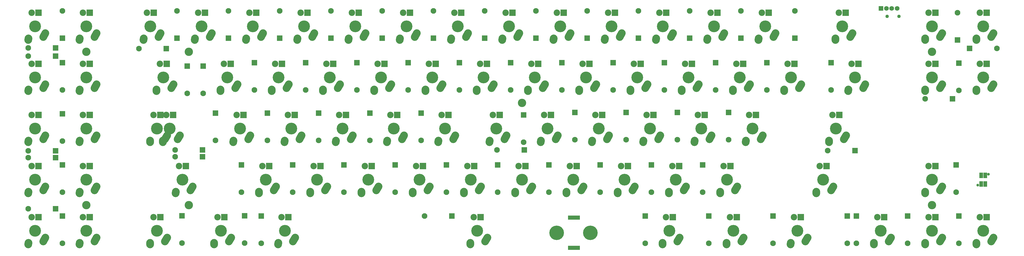
<source format=gts>
G04 #@! TF.FileFunction,Soldermask,Top*
%FSLAX46Y46*%
G04 Gerber Fmt 4.6, Leading zero omitted, Abs format (unit mm)*
G04 Created by KiCad (PCBNEW 4.0.3-stable) date Tuesday, August 30, 2016 'AMt' 11:28:48 AM*
%MOMM*%
%LPD*%
G01*
G04 APERTURE LIST*
%ADD10C,0.150000*%
%ADD11C,3.100000*%
%ADD12C,2.099260*%
%ADD13R,2.099260X2.099260*%
%ADD14C,5.400000*%
%ADD15C,4.387810*%
%ADD16C,2.900000*%
%ADD17R,2.400000X2.400000*%
%ADD18C,2.400000*%
%ADD19C,1.299160*%
%ADD20R,1.400000X2.000000*%
%ADD21C,1.009600*%
%ADD22R,1.750000X1.750000*%
%ADD23C,1.750000*%
%ADD24R,4.400000X1.600000*%
G04 APERTURE END LIST*
D10*
D11*
X95250000Y-38100000D03*
X95250000Y-95250000D03*
D12*
X219712540Y-71755000D03*
D13*
X219712540Y-61595000D03*
D14*
X244500000Y-105500000D03*
X232000000Y-105500000D03*
D15*
X83343750Y-66675000D03*
D16*
X86343297Y-70674954D02*
X87154203Y-69215046D01*
X80804026Y-71754328D02*
X80843474Y-71175672D01*
D17*
X84613750Y-61595000D03*
D18*
X82073750Y-61595000D03*
D11*
X219075000Y-57150000D03*
X371475000Y-95250000D03*
X371475000Y-38100000D03*
X57150000Y-95250000D03*
D12*
X90805000Y-22860000D03*
D13*
X90805000Y-33020000D03*
D12*
X381508000Y-109474000D03*
D13*
X381508000Y-99314000D03*
D12*
X35559480Y-36578540D03*
D13*
X45719480Y-36578540D03*
D12*
X48260000Y-22860000D03*
D13*
X48260000Y-33020000D03*
D12*
X76707480Y-36832540D03*
D13*
X86867480Y-36832540D03*
D12*
X109982000Y-22860000D03*
D13*
X109982000Y-33020000D03*
D12*
X129032000Y-22860000D03*
D13*
X129032000Y-33020000D03*
D12*
X148082000Y-22860000D03*
D13*
X148082000Y-33020000D03*
D12*
X167132000Y-22860000D03*
D13*
X167132000Y-33020000D03*
D12*
X186182000Y-22860000D03*
D13*
X186182000Y-33020000D03*
D12*
X205232000Y-22860000D03*
D13*
X205232000Y-33020000D03*
D12*
X224282000Y-22860000D03*
D13*
X224282000Y-33020000D03*
D12*
X243332000Y-22860000D03*
D13*
X243332000Y-33020000D03*
D12*
X262382000Y-22860000D03*
D13*
X262382000Y-33020000D03*
D12*
X281432000Y-22860000D03*
D13*
X281432000Y-33020000D03*
D12*
X300482000Y-22860000D03*
D13*
X300482000Y-33020000D03*
D12*
X320500000Y-22860000D03*
D13*
X320500000Y-33020000D03*
D12*
X380994920Y-23495000D03*
D13*
X380994920Y-33655000D03*
D12*
X395605000Y-36830000D03*
D13*
X385445000Y-36830000D03*
D12*
X35559480Y-39626540D03*
D13*
X45719480Y-39626540D03*
D12*
X48262540Y-52324520D03*
D13*
X48262540Y-42164520D03*
D12*
X94615000Y-53594000D03*
D13*
X94615000Y-43434000D03*
D12*
X100586540Y-53594000D03*
D13*
X100586540Y-43434000D03*
D12*
X119636540Y-52324520D03*
D13*
X119636540Y-42164520D03*
D12*
X138686540Y-52324520D03*
D13*
X138686540Y-42164520D03*
D12*
X157736540Y-52324520D03*
D13*
X157736540Y-42164520D03*
D12*
X176786540Y-52324520D03*
D13*
X176786540Y-42164520D03*
D12*
X195836540Y-52324520D03*
D13*
X195836540Y-42164520D03*
D12*
X214886540Y-52324520D03*
D13*
X214886540Y-42164520D03*
D12*
X233936540Y-52324520D03*
D13*
X233936540Y-42164520D03*
D12*
X252986540Y-52324520D03*
D13*
X252986540Y-42164520D03*
D12*
X272036540Y-52324520D03*
D13*
X272036540Y-42164520D03*
D12*
X291086540Y-52324520D03*
D13*
X291086540Y-42164520D03*
D12*
X310136540Y-52324520D03*
D13*
X310136540Y-42164520D03*
D12*
X334012540Y-52324520D03*
D13*
X334012540Y-42164520D03*
D12*
X368935000Y-55626000D03*
D13*
X379095000Y-55626000D03*
D12*
X381508000Y-52415000D03*
D13*
X381508000Y-42255000D03*
D12*
X35559480Y-74932540D03*
D13*
X45719480Y-74932540D03*
D12*
X48262540Y-71374520D03*
D13*
X48262540Y-61214520D03*
D12*
X90170000Y-74676000D03*
D13*
X100330000Y-74676000D03*
D12*
X105158540Y-71120520D03*
D13*
X105158540Y-60960520D03*
D12*
X124462540Y-71120520D03*
D13*
X124462540Y-60960520D03*
D12*
X143512540Y-71120520D03*
D13*
X143512540Y-60960520D03*
D12*
X162562540Y-71120520D03*
D13*
X162562540Y-60960520D03*
D12*
X181612540Y-71120520D03*
D13*
X181612540Y-60960520D03*
D12*
X209804000Y-74676000D03*
D13*
X219964000Y-74676000D03*
D12*
X238762540Y-70866520D03*
D13*
X238762540Y-60706520D03*
D12*
X257812540Y-70866520D03*
D13*
X257812540Y-60706520D03*
D12*
X276862540Y-70866520D03*
D13*
X276862540Y-60706520D03*
D12*
X295912540Y-70866520D03*
D13*
X295912540Y-60706520D03*
D12*
X332740000Y-74930000D03*
D13*
X342900000Y-74930000D03*
D12*
X35559480Y-77472540D03*
D13*
X45719480Y-77472540D03*
D12*
X48262540Y-90424520D03*
D13*
X48262540Y-80264520D03*
D12*
X90170000Y-77216000D03*
D13*
X100330000Y-77216000D03*
D12*
X114810540Y-90424520D03*
D13*
X114810540Y-80264520D03*
D12*
X133860540Y-90424520D03*
D13*
X133860540Y-80264520D03*
D12*
X152910540Y-90424520D03*
D13*
X152910540Y-80264520D03*
D12*
X171960540Y-90424520D03*
D13*
X171960540Y-80264520D03*
D12*
X191010540Y-90424520D03*
D13*
X191010540Y-80264520D03*
D12*
X210060540Y-90424520D03*
D13*
X210060540Y-80264520D03*
D12*
X229110540Y-90424520D03*
D13*
X229110540Y-80264520D03*
D12*
X248160540Y-90424520D03*
D13*
X248160540Y-80264520D03*
D12*
X267210540Y-90424520D03*
D13*
X267210540Y-80264520D03*
D12*
X286260540Y-90424520D03*
D13*
X286260540Y-80264520D03*
D12*
X340000000Y-109474520D03*
D13*
X340000000Y-99314520D03*
D12*
X380494540Y-90424520D03*
D13*
X380494540Y-80264520D03*
D12*
X35559480Y-96522540D03*
D13*
X45719480Y-96522540D03*
D12*
X48262540Y-109474520D03*
D13*
X48262540Y-99314520D03*
D12*
X92712540Y-109347000D03*
D13*
X92712540Y-99187000D03*
D12*
X115951000Y-109347000D03*
D13*
X115951000Y-99187000D03*
D12*
X122176540Y-109474520D03*
D13*
X122176540Y-99314520D03*
D12*
X182880000Y-99314000D03*
D13*
X193040000Y-99314000D03*
D12*
X264924540Y-109474520D03*
D13*
X264924540Y-99314520D03*
D12*
X288546540Y-109474520D03*
D13*
X288546540Y-99314520D03*
D12*
X312422540Y-109474520D03*
D13*
X312422540Y-99314520D03*
D12*
X343410540Y-109474520D03*
D13*
X343410540Y-99314520D03*
D12*
X362460540Y-109474520D03*
D13*
X362460540Y-99314520D03*
D15*
X330993750Y-85725000D03*
D16*
X333993297Y-89724954D02*
X334804203Y-88265046D01*
X328454026Y-90804328D02*
X328493474Y-90225672D01*
D17*
X332263750Y-80645000D03*
D18*
X329723750Y-80645000D03*
D15*
X390525000Y-104775000D03*
D16*
X393524547Y-108774954D02*
X394335453Y-107315046D01*
X387985276Y-109854328D02*
X388024724Y-109275672D01*
D17*
X391795000Y-99695000D03*
D18*
X389255000Y-99695000D03*
D15*
X371475000Y-104775000D03*
D16*
X374474547Y-108774954D02*
X375285453Y-107315046D01*
X368935276Y-109854328D02*
X368974724Y-109275672D01*
D17*
X372745000Y-99695000D03*
D18*
X370205000Y-99695000D03*
D15*
X352425000Y-104775000D03*
D16*
X355424547Y-108774954D02*
X356235453Y-107315046D01*
X349885276Y-109854328D02*
X349924724Y-109275672D01*
D17*
X353695000Y-99695000D03*
D18*
X351155000Y-99695000D03*
D15*
X321468750Y-104775000D03*
D16*
X324468297Y-108774954D02*
X325279203Y-107315046D01*
X318929026Y-109854328D02*
X318968474Y-109275672D01*
D17*
X322738750Y-99695000D03*
D18*
X320198750Y-99695000D03*
D15*
X297656250Y-104775000D03*
D16*
X300655797Y-108774954D02*
X301466703Y-107315046D01*
X295116526Y-109854328D02*
X295155974Y-109275672D01*
D17*
X298926250Y-99695000D03*
D18*
X296386250Y-99695000D03*
D15*
X273843750Y-104775000D03*
D16*
X276843297Y-108774954D02*
X277654203Y-107315046D01*
X271304026Y-109854328D02*
X271343474Y-109275672D01*
D17*
X275113750Y-99695000D03*
D18*
X272573750Y-99695000D03*
D15*
X202406250Y-104775000D03*
D16*
X205405797Y-108774954D02*
X206216703Y-107315046D01*
X199866526Y-109854328D02*
X199905974Y-109275672D01*
D17*
X203676250Y-99695000D03*
D18*
X201136250Y-99695000D03*
D15*
X130968750Y-104775000D03*
D16*
X133968297Y-108774954D02*
X134779203Y-107315046D01*
X128429026Y-109854328D02*
X128468474Y-109275672D01*
D17*
X132238750Y-99695000D03*
D18*
X129698750Y-99695000D03*
D15*
X107156250Y-104775000D03*
D16*
X110155797Y-108774954D02*
X110966703Y-107315046D01*
X104616526Y-109854328D02*
X104655974Y-109275672D01*
D17*
X108426250Y-99695000D03*
D18*
X105886250Y-99695000D03*
D15*
X83343750Y-104775000D03*
D16*
X86343297Y-108774954D02*
X87154203Y-107315046D01*
X80804026Y-109854328D02*
X80843474Y-109275672D01*
D17*
X84613750Y-99695000D03*
D18*
X82073750Y-99695000D03*
D15*
X57150000Y-104775000D03*
D16*
X60149547Y-108774954D02*
X60960453Y-107315046D01*
X54610276Y-109854328D02*
X54649724Y-109275672D01*
D17*
X58420000Y-99695000D03*
D18*
X55880000Y-99695000D03*
D15*
X38100000Y-104775000D03*
D16*
X41099547Y-108774954D02*
X41910453Y-107315046D01*
X35560276Y-109854328D02*
X35599724Y-109275672D01*
D17*
X39370000Y-99695000D03*
D18*
X36830000Y-99695000D03*
D15*
X371475000Y-85725000D03*
D16*
X374474547Y-89724954D02*
X375285453Y-88265046D01*
X368935276Y-90804328D02*
X368974724Y-90225672D01*
D17*
X372745000Y-80645000D03*
D18*
X370205000Y-80645000D03*
D15*
X295275000Y-85725000D03*
D16*
X298274547Y-89724954D02*
X299085453Y-88265046D01*
X292735276Y-90804328D02*
X292774724Y-90225672D01*
D17*
X296545000Y-80645000D03*
D18*
X294005000Y-80645000D03*
D15*
X276225000Y-85725000D03*
D16*
X279224547Y-89724954D02*
X280035453Y-88265046D01*
X273685276Y-90804328D02*
X273724724Y-90225672D01*
D17*
X277495000Y-80645000D03*
D18*
X274955000Y-80645000D03*
D15*
X257175000Y-85725000D03*
D16*
X260174547Y-89724954D02*
X260985453Y-88265046D01*
X254635276Y-90804328D02*
X254674724Y-90225672D01*
D17*
X258445000Y-80645000D03*
D18*
X255905000Y-80645000D03*
D15*
X238125000Y-85725000D03*
D16*
X241124547Y-89724954D02*
X241935453Y-88265046D01*
X235585276Y-90804328D02*
X235624724Y-90225672D01*
D17*
X239395000Y-80645000D03*
D18*
X236855000Y-80645000D03*
D15*
X219075000Y-85725000D03*
D16*
X222074547Y-89724954D02*
X222885453Y-88265046D01*
X216535276Y-90804328D02*
X216574724Y-90225672D01*
D17*
X220345000Y-80645000D03*
D18*
X217805000Y-80645000D03*
D15*
X200025000Y-85725000D03*
D16*
X203024547Y-89724954D02*
X203835453Y-88265046D01*
X197485276Y-90804328D02*
X197524724Y-90225672D01*
D17*
X201295000Y-80645000D03*
D18*
X198755000Y-80645000D03*
D15*
X180975000Y-85725000D03*
D16*
X183974547Y-89724954D02*
X184785453Y-88265046D01*
X178435276Y-90804328D02*
X178474724Y-90225672D01*
D17*
X182245000Y-80645000D03*
D18*
X179705000Y-80645000D03*
D15*
X161925000Y-85725000D03*
D16*
X164924547Y-89724954D02*
X165735453Y-88265046D01*
X159385276Y-90804328D02*
X159424724Y-90225672D01*
D17*
X163195000Y-80645000D03*
D18*
X160655000Y-80645000D03*
D15*
X142875000Y-85725000D03*
D16*
X145874547Y-89724954D02*
X146685453Y-88265046D01*
X140335276Y-90804328D02*
X140374724Y-90225672D01*
D17*
X144145000Y-80645000D03*
D18*
X141605000Y-80645000D03*
D15*
X123825000Y-85725000D03*
D16*
X126824547Y-89724954D02*
X127635453Y-88265046D01*
X121285276Y-90804328D02*
X121324724Y-90225672D01*
D17*
X125095000Y-80645000D03*
D18*
X122555000Y-80645000D03*
D15*
X92868750Y-85725000D03*
D16*
X95868297Y-89724954D02*
X96679203Y-88265046D01*
X90329026Y-90804328D02*
X90368474Y-90225672D01*
D17*
X94138750Y-80645000D03*
D18*
X91598750Y-80645000D03*
D15*
X57150000Y-85725000D03*
D16*
X60149547Y-89724954D02*
X60960453Y-88265046D01*
X54610276Y-90804328D02*
X54649724Y-90225672D01*
D17*
X58420000Y-80645000D03*
D18*
X55880000Y-80645000D03*
D15*
X38100000Y-85725000D03*
D16*
X41099547Y-89724954D02*
X41910453Y-88265046D01*
X35560276Y-90804328D02*
X35599724Y-90225672D01*
D17*
X39370000Y-80645000D03*
D18*
X36830000Y-80645000D03*
D15*
X335756250Y-66675000D03*
D16*
X338755797Y-70674954D02*
X339566703Y-69215046D01*
X333216526Y-71754328D02*
X333255974Y-71175672D01*
D17*
X337026250Y-61595000D03*
D18*
X334486250Y-61595000D03*
D15*
X304800000Y-66675000D03*
D16*
X307799547Y-70674954D02*
X308610453Y-69215046D01*
X302260276Y-71754328D02*
X302299724Y-71175672D01*
D17*
X306070000Y-61595000D03*
D18*
X303530000Y-61595000D03*
D15*
X285750000Y-66675000D03*
D16*
X288749547Y-70674954D02*
X289560453Y-69215046D01*
X283210276Y-71754328D02*
X283249724Y-71175672D01*
D17*
X287020000Y-61595000D03*
D18*
X284480000Y-61595000D03*
D15*
X266700000Y-66675000D03*
D16*
X269699547Y-70674954D02*
X270510453Y-69215046D01*
X264160276Y-71754328D02*
X264199724Y-71175672D01*
D17*
X267970000Y-61595000D03*
D18*
X265430000Y-61595000D03*
D15*
X247650000Y-66675000D03*
D16*
X250649547Y-70674954D02*
X251460453Y-69215046D01*
X245110276Y-71754328D02*
X245149724Y-71175672D01*
D17*
X248920000Y-61595000D03*
D18*
X246380000Y-61595000D03*
D15*
X228600000Y-66675000D03*
D16*
X231599547Y-70674954D02*
X232410453Y-69215046D01*
X226060276Y-71754328D02*
X226099724Y-71175672D01*
D17*
X229870000Y-61595000D03*
D18*
X227330000Y-61595000D03*
D15*
X209550000Y-66675000D03*
D16*
X212549547Y-70674954D02*
X213360453Y-69215046D01*
X207010276Y-71754328D02*
X207049724Y-71175672D01*
D17*
X210820000Y-61595000D03*
D18*
X208280000Y-61595000D03*
D15*
X190500000Y-66675000D03*
D16*
X193499547Y-70674954D02*
X194310453Y-69215046D01*
X187960276Y-71754328D02*
X187999724Y-71175672D01*
D17*
X191770000Y-61595000D03*
D18*
X189230000Y-61595000D03*
D15*
X171450000Y-66675000D03*
D16*
X174449547Y-70674954D02*
X175260453Y-69215046D01*
X168910276Y-71754328D02*
X168949724Y-71175672D01*
D17*
X172720000Y-61595000D03*
D18*
X170180000Y-61595000D03*
D15*
X152400000Y-66675000D03*
D16*
X155399547Y-70674954D02*
X156210453Y-69215046D01*
X149860276Y-71754328D02*
X149899724Y-71175672D01*
D17*
X153670000Y-61595000D03*
D18*
X151130000Y-61595000D03*
D15*
X133350000Y-66675000D03*
D16*
X136349547Y-70674954D02*
X137160453Y-69215046D01*
X130810276Y-71754328D02*
X130849724Y-71175672D01*
D17*
X134620000Y-61595000D03*
D18*
X132080000Y-61595000D03*
D15*
X114300000Y-66675000D03*
D16*
X117299547Y-70674954D02*
X118110453Y-69215046D01*
X111760276Y-71754328D02*
X111799724Y-71175672D01*
D17*
X115570000Y-61595000D03*
D18*
X113030000Y-61595000D03*
D15*
X88106250Y-66675000D03*
D16*
X91105797Y-70674954D02*
X91916703Y-69215046D01*
X85566526Y-71754328D02*
X85605974Y-71175672D01*
D17*
X89376250Y-61595000D03*
D18*
X86836250Y-61595000D03*
D15*
X57150000Y-66675000D03*
D16*
X60149547Y-70674954D02*
X60960453Y-69215046D01*
X54610276Y-71754328D02*
X54649724Y-71175672D01*
D17*
X58420000Y-61595000D03*
D18*
X55880000Y-61595000D03*
D15*
X38100000Y-66675000D03*
D16*
X41099547Y-70674954D02*
X41910453Y-69215046D01*
X35560276Y-71754328D02*
X35599724Y-71175672D01*
D17*
X39370000Y-61595000D03*
D18*
X36830000Y-61595000D03*
D15*
X390525000Y-47625000D03*
D16*
X393524547Y-51624954D02*
X394335453Y-50165046D01*
X387985276Y-52704328D02*
X388024724Y-52125672D01*
D17*
X391795000Y-42545000D03*
D18*
X389255000Y-42545000D03*
D15*
X371475000Y-47625000D03*
D16*
X374474547Y-51624954D02*
X375285453Y-50165046D01*
X368935276Y-52704328D02*
X368974724Y-52125672D01*
D17*
X372745000Y-42545000D03*
D18*
X370205000Y-42545000D03*
D15*
X342900000Y-47625000D03*
D16*
X345899547Y-51624954D02*
X346710453Y-50165046D01*
X340360276Y-52704328D02*
X340399724Y-52125672D01*
D17*
X344170000Y-42545000D03*
D18*
X341630000Y-42545000D03*
D15*
X319087500Y-47625000D03*
D16*
X322087047Y-51624954D02*
X322897953Y-50165046D01*
X316547776Y-52704328D02*
X316587224Y-52125672D01*
D17*
X320357500Y-42545000D03*
D18*
X317817500Y-42545000D03*
D15*
X300037500Y-47625000D03*
D16*
X303037047Y-51624954D02*
X303847953Y-50165046D01*
X297497776Y-52704328D02*
X297537224Y-52125672D01*
D17*
X301307500Y-42545000D03*
D18*
X298767500Y-42545000D03*
D15*
X280987500Y-47625000D03*
D16*
X283987047Y-51624954D02*
X284797953Y-50165046D01*
X278447776Y-52704328D02*
X278487224Y-52125672D01*
D17*
X282257500Y-42545000D03*
D18*
X279717500Y-42545000D03*
D15*
X261937500Y-47625000D03*
D16*
X264937047Y-51624954D02*
X265747953Y-50165046D01*
X259397776Y-52704328D02*
X259437224Y-52125672D01*
D17*
X263207500Y-42545000D03*
D18*
X260667500Y-42545000D03*
D15*
X242887500Y-47625000D03*
D16*
X245887047Y-51624954D02*
X246697953Y-50165046D01*
X240347776Y-52704328D02*
X240387224Y-52125672D01*
D17*
X244157500Y-42545000D03*
D18*
X241617500Y-42545000D03*
D15*
X223837500Y-47625000D03*
D16*
X226837047Y-51624954D02*
X227647953Y-50165046D01*
X221297776Y-52704328D02*
X221337224Y-52125672D01*
D17*
X225107500Y-42545000D03*
D18*
X222567500Y-42545000D03*
D15*
X204787500Y-47625000D03*
D16*
X207787047Y-51624954D02*
X208597953Y-50165046D01*
X202247776Y-52704328D02*
X202287224Y-52125672D01*
D17*
X206057500Y-42545000D03*
D18*
X203517500Y-42545000D03*
D15*
X185737500Y-47625000D03*
D16*
X188737047Y-51624954D02*
X189547953Y-50165046D01*
X183197776Y-52704328D02*
X183237224Y-52125672D01*
D17*
X187007500Y-42545000D03*
D18*
X184467500Y-42545000D03*
D15*
X166687500Y-47625000D03*
D16*
X169687047Y-51624954D02*
X170497953Y-50165046D01*
X164147776Y-52704328D02*
X164187224Y-52125672D01*
D17*
X167957500Y-42545000D03*
D18*
X165417500Y-42545000D03*
D15*
X147637500Y-47625000D03*
D16*
X150637047Y-51624954D02*
X151447953Y-50165046D01*
X145097776Y-52704328D02*
X145137224Y-52125672D01*
D17*
X148907500Y-42545000D03*
D18*
X146367500Y-42545000D03*
D15*
X128587500Y-47625000D03*
D16*
X131587047Y-51624954D02*
X132397953Y-50165046D01*
X126047776Y-52704328D02*
X126087224Y-52125672D01*
D17*
X129857500Y-42545000D03*
D18*
X127317500Y-42545000D03*
D15*
X109537500Y-47625000D03*
D16*
X112537047Y-51624954D02*
X113347953Y-50165046D01*
X106997776Y-52704328D02*
X107037224Y-52125672D01*
D17*
X110807500Y-42545000D03*
D18*
X108267500Y-42545000D03*
D15*
X85725000Y-47625000D03*
D16*
X88724547Y-51624954D02*
X89535453Y-50165046D01*
X83185276Y-52704328D02*
X83224724Y-52125672D01*
D17*
X86995000Y-42545000D03*
D18*
X84455000Y-42545000D03*
D15*
X57150000Y-47625000D03*
D16*
X60149547Y-51624954D02*
X60960453Y-50165046D01*
X54610276Y-52704328D02*
X54649724Y-52125672D01*
D17*
X58420000Y-42545000D03*
D18*
X55880000Y-42545000D03*
D15*
X38100000Y-47625000D03*
D16*
X41099547Y-51624954D02*
X41910453Y-50165046D01*
X35560276Y-52704328D02*
X35599724Y-52125672D01*
D17*
X39370000Y-42545000D03*
D18*
X36830000Y-42545000D03*
D15*
X390525000Y-28575000D03*
D16*
X393524547Y-32574954D02*
X394335453Y-31115046D01*
X387985276Y-33654328D02*
X388024724Y-33075672D01*
D17*
X391795000Y-23495000D03*
D18*
X389255000Y-23495000D03*
D15*
X371475000Y-28575000D03*
D16*
X374474547Y-32574954D02*
X375285453Y-31115046D01*
X368935276Y-33654328D02*
X368974724Y-33075672D01*
D17*
X372745000Y-23495000D03*
D18*
X370205000Y-23495000D03*
D15*
X338137500Y-28575000D03*
D16*
X341137047Y-32574954D02*
X341947953Y-31115046D01*
X335597776Y-33654328D02*
X335637224Y-33075672D01*
D17*
X339407500Y-23495000D03*
D18*
X336867500Y-23495000D03*
D15*
X309562500Y-28575000D03*
D16*
X312562047Y-32574954D02*
X313372953Y-31115046D01*
X307022776Y-33654328D02*
X307062224Y-33075672D01*
D17*
X310832500Y-23495000D03*
D18*
X308292500Y-23495000D03*
D15*
X290512500Y-28575000D03*
D16*
X293512047Y-32574954D02*
X294322953Y-31115046D01*
X287972776Y-33654328D02*
X288012224Y-33075672D01*
D17*
X291782500Y-23495000D03*
D18*
X289242500Y-23495000D03*
D15*
X271462500Y-28575000D03*
D16*
X274462047Y-32574954D02*
X275272953Y-31115046D01*
X268922776Y-33654328D02*
X268962224Y-33075672D01*
D17*
X272732500Y-23495000D03*
D18*
X270192500Y-23495000D03*
D15*
X252412500Y-28575000D03*
D16*
X255412047Y-32574954D02*
X256222953Y-31115046D01*
X249872776Y-33654328D02*
X249912224Y-33075672D01*
D17*
X253682500Y-23495000D03*
D18*
X251142500Y-23495000D03*
D15*
X233362500Y-28575000D03*
D16*
X236362047Y-32574954D02*
X237172953Y-31115046D01*
X230822776Y-33654328D02*
X230862224Y-33075672D01*
D17*
X234632500Y-23495000D03*
D18*
X232092500Y-23495000D03*
D15*
X214312500Y-28575000D03*
D16*
X217312047Y-32574954D02*
X218122953Y-31115046D01*
X211772776Y-33654328D02*
X211812224Y-33075672D01*
D17*
X215582500Y-23495000D03*
D18*
X213042500Y-23495000D03*
D15*
X195262500Y-28575000D03*
D16*
X198262047Y-32574954D02*
X199072953Y-31115046D01*
X192722776Y-33654328D02*
X192762224Y-33075672D01*
D17*
X196532500Y-23495000D03*
D18*
X193992500Y-23495000D03*
D15*
X176212500Y-28575000D03*
D16*
X179212047Y-32574954D02*
X180022953Y-31115046D01*
X173672776Y-33654328D02*
X173712224Y-33075672D01*
D17*
X177482500Y-23495000D03*
D18*
X174942500Y-23495000D03*
D15*
X157162500Y-28575000D03*
D16*
X160162047Y-32574954D02*
X160972953Y-31115046D01*
X154622776Y-33654328D02*
X154662224Y-33075672D01*
D17*
X158432500Y-23495000D03*
D18*
X155892500Y-23495000D03*
D15*
X138112500Y-28575000D03*
D16*
X141112047Y-32574954D02*
X141922953Y-31115046D01*
X135572776Y-33654328D02*
X135612224Y-33075672D01*
D17*
X139382500Y-23495000D03*
D18*
X136842500Y-23495000D03*
D15*
X119062500Y-28575000D03*
D16*
X122062047Y-32574954D02*
X122872953Y-31115046D01*
X116522776Y-33654328D02*
X116562224Y-33075672D01*
D17*
X120332500Y-23495000D03*
D18*
X117792500Y-23495000D03*
D15*
X100012500Y-28575000D03*
D16*
X103012047Y-32574954D02*
X103822953Y-31115046D01*
X97472776Y-33654328D02*
X97512224Y-33075672D01*
D17*
X101282500Y-23495000D03*
D18*
X98742500Y-23495000D03*
D15*
X80962500Y-28575000D03*
D16*
X83962047Y-32574954D02*
X84772953Y-31115046D01*
X78422776Y-33654328D02*
X78462224Y-33075672D01*
D17*
X82232500Y-23495000D03*
D18*
X79692500Y-23495000D03*
D15*
X57150000Y-28575000D03*
D16*
X60149547Y-32574954D02*
X60960453Y-31115046D01*
X54610276Y-33654328D02*
X54649724Y-33075672D01*
D17*
X58420000Y-23495000D03*
D18*
X55880000Y-23495000D03*
D15*
X38100000Y-28575000D03*
D16*
X41099547Y-32574954D02*
X41910453Y-31115046D01*
X35560276Y-33654328D02*
X35599724Y-33075672D01*
D17*
X39370000Y-23495000D03*
D18*
X36830000Y-23495000D03*
D19*
X354800360Y-24850900D03*
X359199640Y-24850900D03*
D11*
X57150000Y-38100000D03*
D20*
X391275000Y-84125000D03*
X389775000Y-84125000D03*
X391275000Y-87325000D03*
X389775000Y-87325000D03*
D21*
X392525000Y-83725000D03*
X388525000Y-87725000D03*
D22*
X352549920Y-21851160D03*
D23*
X354549920Y-21851160D03*
X356549920Y-21851160D03*
X358549920Y-21851160D03*
D24*
X238379000Y-99900000D03*
X238379000Y-111100000D03*
M02*

</source>
